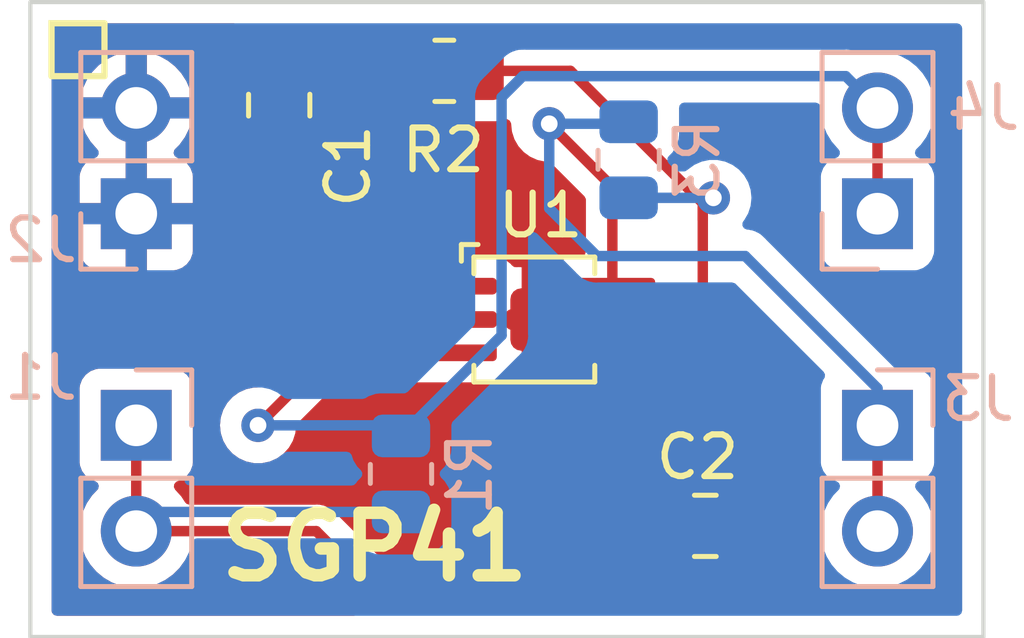
<source format=kicad_pcb>
(kicad_pcb (version 20211014) (generator pcbnew)
  (layers (0 "F.Cu" signal) (31 "B.Cu" signal) (34 "B.Paste" user) (35 "F.Paste" user) (36 "B.SilkS" user "B.Silkscreen") (37 "F.SilkS" user "F.Silkscreen") (38 "B.Mask" user) (39 "F.Mask" user) (44 "Edge.Cuts" user))
  (net 0 "")
  (net 1 "Net-(C1-Pad2)")
  (net 2 "Net-(C2-Pad1)")
  (net 3 "Net-(R3-Pad2)")
  (net 4 "Net-(R1-Pad2)")
  (net 5 "GND")
  (footprint "Capacitor_SMD:C_0805_2012Metric" (layer "F.Cu") (at 115.25 43.053 180)
    (fp_text reference "C2" (at 0.188 1.651) (layer "F.SilkS"))
    (fp_text value "1u")
    (fp_line (start -0.261252 -0.735) (end 0.261252 -0.735) (layer "F.SilkS") (width 0.12))
    (fp_line (start -0.261252 0.735) (end 0.261252 0.735) (layer "F.SilkS") (width 0.12))
    (pad "1" smd roundrect (at -0.95 0 180) (size 1 1.45) (layers "F.Cu" "F.Paste" "F.Mask") (net 2 "Net-(C2-Pad1)"))
    (pad "2" smd roundrect (at 0.95 0 180) (size 1 1.45) (layers "F.Cu" "F.Paste" "F.Mask") (net 5 "GND"))
  )
  (footprint "Capacitor_SMD:C_0805_2012Metric" (layer "F.Cu") (at 105.029 32.954 90)
    (fp_text reference "C1" (at -1.463 1.651 90) (layer "F.SilkS"))
    (fp_text value "1u")
    (fp_line (start -0.261252 -0.735) (end 0.261252 -0.735) (layer "F.SilkS") (width 0.12))
    (fp_line (start -0.261252 0.735) (end 0.261252 0.735) (layer "F.SilkS") (width 0.12))
    (pad "1" smd roundrect (at -0.95 0 90) (size 1 1.45) (layers "F.Cu" "F.Paste" "F.Mask") (net 5 "GND"))
    (pad "2" smd roundrect (at 0.95 0 90) (size 1 1.45) (layers "F.Cu" "F.Paste" "F.Mask") (net 1 "Net-(C1-Pad2)"))
  )
  (footprint "city_node_footprints:sgp41" (layer "F.Cu") (at 110.998 38.1)
    (fp_text reference "U1" (at 0.3 -2.5 unlocked) (layer "F.SilkS"))
    (fp_text value "sgp41")
    (fp_line (start -1.3 -1.5) (end 1.6 -1.5) (layer "F.SilkS") (width 0.12))
    (fp_line (start -1.6 -1.8) (end -1.2 -1.8) (layer "F.SilkS") (width 0.12))
    (fp_line (start -1.6 -1.4) (end -1.6 -1.8) (layer "F.SilkS") (width 0.12))
    (fp_line (start 1.6 -1.5) (end 1.6 -1.1) (layer "F.SilkS") (width 0.12))
    (fp_line (start -1.3 -1.1) (end -1.3 -1.5) (layer "F.SilkS") (width 0.12))
    (fp_line (start 1.6 1.5) (end 1.6 1.1) (layer "F.SilkS") (width 0.12))
    (fp_line (start -1.3 1.5) (end 1.6 1.5) (layer "F.SilkS") (width 0.12))
    (fp_line (start -1.3 1.1) (end -1.3 1.5) (layer "F.SilkS") (width 0.12))
    (pad "1" smd roundrect (at -1.75 -0.8) (size 2 0.4) (layers "F.Cu" "F.Paste" "F.Mask") (net 1 "Net-(C1-Pad2)"))
    (pad "2" smd roundrect (at -1.75 0) (size 2 0.4) (layers "F.Cu" "F.Paste" "F.Mask") (net 5 "GND"))
    (pad "3" smd roundrect (at -1.75 0.8) (size 2 0.4) (layers "F.Cu" "F.Paste" "F.Mask") (net 4 "Net-(R1-Pad2)"))
    (pad "4" smd roundrect (at 2.05 0.8) (size 2 0.4) (layers "F.Cu" "F.Paste" "F.Mask") (net 5 "GND"))
    (pad "5" smd roundrect (at 2.05 0) (size 2 0.4) (layers "F.Cu" "F.Paste" "F.Mask") (net 2 "Net-(C2-Pad1)"))
    (pad "6" smd roundrect (at 2.05 -0.8) (size 2 0.4) (layers "F.Cu" "F.Paste" "F.Mask") (net 3 "Net-(R3-Pad2)"))
    (pad "7" smd roundrect (at 0.1 0) (size 1.05 1.5) (layers "F.Cu" "F.Paste" "F.Mask") (net 5 "GND"))
  )
  (footprint "Resistor_SMD:R_0805_2012Metric" (layer "F.Cu") (at 108.9895 32.131)
    (fp_text reference "R2" (at -0.0235 1.905) (layer "F.SilkS"))
    (fp_text value "4R7")
    (fp_line (start -0.227064 -0.735) (end 0.227064 -0.735) (layer "F.SilkS") (width 0.12))
    (fp_line (start -0.227064 0.735) (end 0.227064 0.735) (layer "F.SilkS") (width 0.12))
    (pad "1" smd roundrect (at -0.9125 0) (size 1.025 1.4) (layers "F.Cu" "F.Paste" "F.Mask") (roundrect_rratio 0.243902) (net 1 "Net-(C1-Pad2)"))
    (pad "2" smd roundrect (at 0.9125 0) (size 1.025 1.4) (layers "F.Cu" "F.Paste" "F.Mask") (roundrect_rratio 0.243902) (net 2 "Net-(C2-Pad1)"))
  )
  (footprint "Connector_PinHeader_2.54mm:PinHeader_1x02_P2.54mm_Vertical" (layer "B.Cu") (at 119.38 40.64 180)
    (fp_text reference "J3" (at -2.413 0.635) (layer "B.SilkS") (effects (justify mirror)))
    (fp_text value "Conn_01x02_Female" hide)
    (fp_line (start -1.33 -1.27) (end 1.33 -1.27) (layer "B.SilkS") (width 0.12))
    (fp_line (start -1.33 1.33) (end 0 1.33) (layer "B.SilkS") (width 0.12))
    (fp_line (start -1.33 -3.87) (end 1.33 -3.87) (layer "B.SilkS") (width 0.12))
    (fp_line (start 1.33 -1.27) (end 1.33 -3.87) (layer "B.SilkS") (width 0.12))
    (fp_line (start -1.33 0) (end -1.33 1.33) (layer "B.SilkS") (width 0.12))
    (fp_line (start -1.33 -1.27) (end -1.33 -3.87) (layer "B.SilkS") (width 0.12))
    (pad "1" thru_hole rect (at 0 0 180) (size 1.7 1.7) (drill 1) (layers *.Cu *.Mask) (net 3 "Net-(R3-Pad2)"))
    (pad "2" thru_hole oval (at 0 -2.54 180) (size 1.7 1.7) (drill 1) (layers *.Cu *.Mask) (net 3 "Net-(R3-Pad2)"))
  )
  (footprint "Connector_PinHeader_2.54mm:PinHeader_1x02_P2.54mm_Vertical" (layer "B.Cu") (at 119.38 35.56)
    (fp_text reference "J4" (at 2.54 -2.54) (layer "B.SilkS") (effects (justify mirror)))
    (fp_text value "Conn_01x02_Female" hide)
    (fp_line (start -1.33 -3.87) (end 1.33 -3.87) (layer "B.SilkS") (width 0.12))
    (fp_line (start 1.33 -1.27) (end 1.33 -3.87) (layer "B.SilkS") (width 0.12))
    (fp_line (start -1.33 -1.27) (end 1.33 -1.27) (layer "B.SilkS") (width 0.12))
    (fp_line (start -1.33 0) (end -1.33 1.33) (layer "B.SilkS") (width 0.12))
    (fp_line (start -1.33 1.33) (end 0 1.33) (layer "B.SilkS") (width 0.12))
    (fp_line (start -1.33 -1.27) (end -1.33 -3.87) (layer "B.SilkS") (width 0.12))
    (pad "1" thru_hole rect (at 0 0) (size 1.7 1.7) (drill 1) (layers *.Cu *.Mask) (net 4 "Net-(R1-Pad2)"))
    (pad "2" thru_hole oval (at 0 -2.54) (size 1.7 1.7) (drill 1) (layers *.Cu *.Mask) (net 4 "Net-(R1-Pad2)"))
  )
  (footprint "Resistor_SMD:R_0805_2012Metric" (layer "B.Cu") (at 113.411 34.2665 90)
    (fp_text reference "R3" (at 0 1.65 90) (layer "B.SilkS") (effects (justify mirror)))
    (fp_text value "Rp")
    (fp_line (start -0.227064 -0.735) (end 0.227064 -0.735) (layer "B.SilkS") (width 0.12))
    (fp_line (start -0.227064 0.735) (end 0.227064 0.735) (layer "B.SilkS") (width 0.12))
    (pad "1" smd roundrect (at -0.9125 0 90) (size 1.025 1.4) (layers "B.Cu" "B.Paste" "B.Mask") (roundrect_rratio 0.243902) (net 2 "Net-(C2-Pad1)"))
    (pad "2" smd roundrect (at 0.9125 0 90) (size 1.025 1.4) (layers "B.Cu" "B.Paste" "B.Mask") (roundrect_rratio 0.243902) (net 3 "Net-(R3-Pad2)"))
  )
  (footprint "Connector_PinHeader_2.54mm:PinHeader_1x02_P2.54mm_Vertical" (layer "B.Cu") (at 101.6 40.64 180)
    (fp_text reference "J1" (at 2.286 1.143) (layer "B.SilkS") (effects (justify mirror)))
    (fp_text value "Conn_01x02_Female" hide)
    (fp_line (start 1.33 -1.27) (end 1.33 -3.87) (layer "B.SilkS") (width 0.12))
    (fp_line (start -1.33 -1.27) (end -1.33 -3.87) (layer "B.SilkS") (width 0.12))
    (fp_line (start -1.33 -3.87) (end 1.33 -3.87) (layer "B.SilkS") (width 0.12))
    (fp_line (start -1.33 -1.27) (end 1.33 -1.27) (layer "B.SilkS") (width 0.12))
    (fp_line (start -1.33 1.33) (end 0 1.33) (layer "B.SilkS") (width 0.12))
    (fp_line (start -1.33 0) (end -1.33 1.33) (layer "B.SilkS") (width 0.12))
    (pad "1" thru_hole rect (at 0 0 180) (size 1.7 1.7) (drill 1) (layers *.Cu *.Mask) (net 2 "Net-(C2-Pad1)"))
    (pad "2" thru_hole oval (at 0 -2.54 180) (size 1.7 1.7) (drill 1) (layers *.Cu *.Mask) (net 2 "Net-(C2-Pad1)"))
  )
  (footprint "Connector_PinHeader_2.54mm:PinHeader_1x02_P2.54mm_Vertical" (layer "B.Cu") (at 101.6 35.56)
    (fp_text reference "J2" (at -2.286 0.635) (layer "B.SilkS") (effects (justify mirror)))
    (fp_text value "Conn_01x02_Female" hide)
    (fp_line (start -1.33 -1.27) (end -1.33 -3.87) (layer "B.SilkS") (width 0.12))
    (fp_line (start -1.33 -1.27) (end 1.33 -1.27) (layer "B.SilkS") (width 0.12))
    (fp_line (start 1.33 -1.27) (end 1.33 -3.87) (layer "B.SilkS") (width 0.12))
    (fp_line (start -1.33 1.33) (end 0 1.33) (layer "B.SilkS") (width 0.12))
    (fp_line (start -1.33 0) (end -1.33 1.33) (layer "B.SilkS") (width 0.12))
    (fp_line (start -1.33 -3.87) (end 1.33 -3.87) (layer "B.SilkS") (width 0.12))
    (pad "1" thru_hole rect (at 0 0) (size 1.7 1.7) (drill 1) (layers *.Cu *.Mask) (net 5 "GND"))
    (pad "2" thru_hole oval (at 0 -2.54) (size 1.7 1.7) (drill 1) (layers *.Cu *.Mask) (net 5 "GND"))
  )
  (footprint "Resistor_SMD:R_0805_2012Metric" (layer "B.Cu") (at 107.95 41.8065 90)
    (fp_text reference "R1" (at 0 1.65 90) (layer "B.SilkS") (effects (justify mirror)))
    (fp_text value "Rp")
    (fp_line (start -0.227064 -0.735) (end 0.227064 -0.735) (layer "B.SilkS") (width 0.12))
    (fp_line (start -0.227064 0.735) (end 0.227064 0.735) (layer "B.SilkS") (width 0.12))
    (pad "1" smd roundrect (at -0.9125 0 90) (size 1.025 1.4) (layers "B.Cu" "B.Paste" "B.Mask") (roundrect_rratio 0.243902) (net 2 "Net-(C2-Pad1)"))
    (pad "2" smd roundrect (at 0.9125 0 90) (size 1.025 1.4) (layers "B.Cu" "B.Paste" "B.Mask") (roundrect_rratio 0.243902) (net 4 "Net-(R1-Pad2)"))
  )
  (gr_rect (start 99.568 30.988) (end 100.838 32.258) (layer "F.SilkS") (width 0.15) (fill none))
  (gr_rect (start 99.06 30.48) (end 121.92 45.72) (layer "Edge.Cuts") (width 0.1) (fill none))
  (gr_text "SGP41\n" (at 107.315 43.561) (layer "F.SilkS") (effects (font (size 1.5 1.5) (thickness 0.3))))
  (segment (start 105.029 32.004) (end 107.95 32.004) (width 0.25) (layer "F.Cu") (net 1))
  (segment (start 108.331 32.385) (end 108.331 37.084) (width 0.25) (layer "F.Cu") (net 1))
  (segment (start 108.077 32.131) (end 108.331 32.385) (width 0.25) (layer "F.Cu") (net 1))
  (segment (start 107.95 32.004) (end 108.077 32.131) (width 0.25) (layer "F.Cu") (net 1))
  (segment (start 114.681 38.1) (end 113.02 38.1) (width 0.25) (layer "F.Cu") (net 2))
  (segment (start 115.5065 44.3865) (end 107.1245 44.3865) (width 0.25) (layer "F.Cu") (net 2))
  (segment (start 114.681 39.243) (end 116.713 41.275) (width 0.25) (layer "F.Cu") (net 2))
  (segment (start 105.918 43.18) (end 107.1245 44.3865) (width 0.25) (layer "F.Cu") (net 2))
  (segment (start 101.6 40.64) (end 101.6 43.18) (width 0.25) (layer "F.Cu") (net 2))
  (segment (start 116.2 43.693) (end 115.5065 44.3865) (width 0.25) (layer "F.Cu") (net 2))
  (segment (start 114.681 38.1) (end 114.681 39.243) (width 0.25) (layer "F.Cu") (net 2))
  (segment (start 115.443 35.179) (end 115.189 35.433) (width 0.25) (layer "F.Cu") (net 2))
  (segment (start 115.189 37.592) (end 114.681 38.1) (width 0.25) (layer "F.Cu") (net 2))
  (segment (start 116.713 42.54) (end 116.2 43.053) (width 0.25) (layer "F.Cu") (net 2))
  (segment (start 116.713 41.275) (end 116.713 42.54) (width 0.25) (layer "F.Cu") (net 2))
  (segment (start 116.2 43.053) (end 116.2 43.693) (width 0.25) (layer "F.Cu") (net 2))
  (segment (start 115.189 35.433) (end 115.189 35.687) (width 0.25) (layer "F.Cu") (net 2))
  (segment (start 112.014 32.131) (end 115.189 35.306) (width 0.25) (layer "F.Cu") (net 2))
  (segment (start 115.189 35.306) (end 115.189 35.687) (width 0.25) (layer "F.Cu") (net 2))
  (segment (start 115.189 35.687) (end 115.189 37.592) (width 0.25) (layer "F.Cu") (net 2))
  (segment (start 101.6 43.18) (end 105.918 43.18) (width 0.25) (layer "F.Cu") (net 2))
  (segment (start 109.902 32.131) (end 112.014 32.131) (width 0.25) (layer "F.Cu") (net 2))
  (via (at 115.443 35.179) (size 0.8) (drill 0.4) (layers "F.Cu" "B.Cu") (net 2))
  (segment (start 102.061 42.719) (end 101.6 43.18) (width 0.25) (layer "B.Cu") (net 2))
  (segment (start 113.411 35.179) (end 115.443 35.179) (width 0.25) (layer "B.Cu") (net 2))
  (segment (start 107.95 42.719) (end 102.061 42.719) (width 0.25) (layer "B.Cu") (net 2))
  (segment (start 113.02 34.915) (end 111.506 33.401) (width 0.25) (layer "F.Cu") (net 3))
  (segment (start 113.02 37.3) (end 113.02 34.915) (width 0.25) (layer "F.Cu") (net 3))
  (segment (start 119.38 43.18) (end 119.38 40.64) (width 0.25) (layer "F.Cu") (net 3))
  (via (at 111.506 33.401) (size 0.8) (drill 0.4) (layers "F.Cu" "B.Cu") (net 3))
  (segment (start 111.506 33.401) (end 113.364 33.401) (width 0.25) (layer "B.Cu") (net 3))
  (segment (start 112.649 36.576) (end 116.205 36.576) (width 0.25) (layer "B.Cu") (net 3))
  (segment (start 111.506 33.401) (end 111.506 35.433) (width 0.25) (layer "B.Cu") (net 3))
  (segment (start 116.205 36.576) (end 119.38 39.751) (width 0.25) (layer "B.Cu") (net 3))
  (segment (start 119.38 39.751) (end 119.38 40.64) (width 0.25) (layer "B.Cu") (net 3))
  (segment (start 111.506 35.433) (end 112.649 36.576) (width 0.25) (layer "B.Cu") (net 3))
  (segment (start 113.364 33.401) (end 113.411 33.354) (width 0.25) (layer "B.Cu") (net 3))
  (segment (start 106.261 38.9) (end 104.521 40.64) (width 0.25) (layer "F.Cu") (net 4))
  (segment (start 109.22 38.9) (end 106.261 38.9) (width 0.25) (layer "F.Cu") (net 4))
  (segment (start 119.38 33.02) (end 119.38 35.56) (width 0.25) (layer "F.Cu") (net 4))
  (via (at 104.521 40.64) (size 0.8) (drill 0.4) (layers "F.Cu" "B.Cu") (net 4))
  (segment (start 110.363 32.766) (end 110.871 32.258) (width 0.25) (layer "B.Cu") (net 4))
  (segment (start 110.871 32.258) (end 118.618 32.258) (width 0.25) (layer "B.Cu") (net 4))
  (segment (start 104.521 40.64) (end 107.696 40.64) (width 0.25) (layer "B.Cu") (net 4))
  (segment (start 107.696 40.64) (end 107.95 40.894) (width 0.25) (layer "B.Cu") (net 4))
  (segment (start 118.618 32.258) (end 119.38 33.02) (width 0.25) (layer "B.Cu") (net 4))
  (segment (start 107.95 40.894) (end 110.363 38.481) (width 0.25) (layer "B.Cu") (net 4))
  (segment (start 110.363 38.481) (end 110.363 32.766) (width 0.25) (layer "B.Cu") (net 4))
  (segment (start 111.125 38.1) (end 111.925 38.9) (width 0.25) (layer "F.Cu") (net 5))
  (segment (start 101.6 33.02) (end 101.6 35.56) (width 0.25) (layer "F.Cu") (net 5))
  (segment (start 111.07 38.1) (end 111.125 38.1) (width 0.25) (layer "F.Cu") (net 5))
  (segment (start 107.442 38.1) (end 109.22 38.1) (width 0.25) (layer "F.Cu") (net 5))
  (segment (start 113.02 41.773) (end 113.02 38.9) (width 0.25) (layer "F.Cu") (net 5))
  (segment (start 114.3 43.053) (end 113.02 41.773) (width 0.25) (layer "F.Cu") (net 5))
  (segment (start 111.925 38.9) (end 113.02 38.9) (width 0.25) (layer "F.Cu") (net 5))
  (segment (start 104.145 33.02) (end 105.029 33.904) (width 0.25) (layer "F.Cu") (net 5))
  (segment (start 111.07 38.1) (end 109.22 38.1) (width 0.25) (layer "F.Cu") (net 5))
  (segment (start 101.6 33.02) (end 104.145 33.02) (width 0.25) (layer "F.Cu") (net 5))
  (segment (start 105.029 33.904) (end 107.315 36.19) (width 0.25) (layer "F.Cu") (net 5))
  (segment (start 107.315 36.19) (end 107.315 37.973) (width 0.25) (layer "F.Cu") (net 5))
  (segment (start 107.315 37.973) (end 107.442 38.1) (width 0.25) (layer "F.Cu") (net 5))
  (zone (net 5) (net_name "GND") (layers F&B.Cu) (connect_pads (clearance 0.508)) (min_thickness 0.254) (fill yes (thermal_gap 0.508) (thermal_bridge_width 0.508))
    (polygon (pts (xy 121.92 45.72) (xy 99.06 45.72) (xy 99.06 30.48) (xy 121.92 30.48)))
  )
)
</source>
